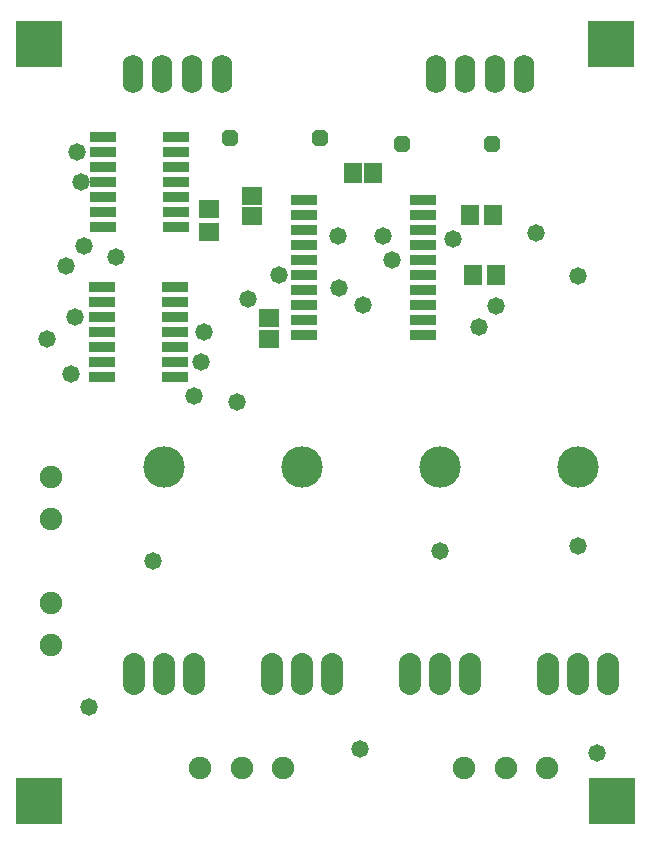
<source format=gts>
%FSTAX24Y24*%
%MOIN*%
%SFA1B1*%

%IPPOS*%
%AMD45*
4,1,8,-0.014000,-0.028000,0.014000,-0.028000,0.028000,-0.014000,0.028000,0.014000,0.014000,0.028000,-0.014000,0.028000,-0.028000,0.014000,-0.028000,-0.014000,-0.014000,-0.028000,0.0*
%
%ADD35R,0.071000X0.060000*%
%ADD36R,0.068000X0.060000*%
%ADD37R,0.088000X0.034000*%
%ADD38R,0.060000X0.071000*%
%ADD39R,0.060000X0.068000*%
%ADD40R,0.158000X0.158000*%
%ADD41O,0.068000X0.128000*%
%ADD42C,0.075000*%
%ADD43O,0.074000X0.140000*%
%ADD44C,0.138000*%
G04~CAMADD=45~4~0.0~0.0~560.0~560.0~0.0~140.0~0~0.0~0.0~0.0~0.0~0~0.0~0.0~0.0~0.0~0~0.0~0.0~0.0~180.0~560.0~560.0*
%ADD45D45*%
%ADD46C,0.058000*%
%LNmotor_driver-1*%
%LPD*%
G54D35*
X00715Y020824D03*
Y02007D03*
G54D36*
X0086Y021275D03*
Y0206D03*
X00915Y016515D03*
Y01719D03*
G54D37*
X01032Y02115D03*
Y02065D03*
Y02015D03*
Y01965D03*
Y01915D03*
Y01865D03*
Y01815D03*
Y01765D03*
X01428D03*
Y01815D03*
Y01865D03*
Y01915D03*
Y01965D03*
Y02015D03*
Y02065D03*
Y02115D03*
X01032Y01715D03*
Y01665D03*
X01428Y01715D03*
Y01665D03*
X00364Y02325D03*
X00606D03*
X00364Y02275D03*
Y02225D03*
X00606Y02275D03*
Y02225D03*
X00364Y02175D03*
X00606D03*
X00364Y02125D03*
Y02075D03*
X00606Y02125D03*
Y02075D03*
X00364Y02025D03*
X00606D03*
X00359Y01825D03*
X00601D03*
X00359Y01775D03*
Y01725D03*
X00601Y01775D03*
Y01725D03*
X00359Y01675D03*
X00601D03*
X00359Y01625D03*
Y01575D03*
X00601Y01625D03*
Y01575D03*
X00359Y01525D03*
X00601D03*
G54D38*
X015976Y01865D03*
X01673D03*
X015876Y02065D03*
X01663D03*
G54D39*
X012635Y02205D03*
X01196D03*
G54D40*
X0015Y0011D03*
Y02635D03*
X0206Y0011D03*
X02055Y02635D03*
G54D41*
X0066Y02535D03*
X007584D03*
X005608D03*
X004628D03*
X016692D03*
X017676D03*
X0157D03*
X01472D03*
G54D42*
X001889Y006311D03*
Y00769D03*
Y010511D03*
Y01189D03*
X015672Y002211D03*
X01705D03*
X01843D03*
X006872D03*
X00825D03*
X00963D03*
G54D43*
X01845Y005339D03*
X01945D03*
X02045D03*
X013854D03*
X014854D03*
X015854D03*
X009257D03*
X010257D03*
X011257D03*
X004661D03*
X005661D03*
X006661D03*
G54D44*
X01945Y012239D03*
X014854D03*
X010257D03*
X005661D03*
G54D45*
X0166Y023D03*
X0136D03*
X01085Y0232D03*
X00785D03*
G54D46*
X00315Y00425D03*
X0122Y00285D03*
X0201Y0027D03*
X01615Y0169D03*
X00405Y01925D03*
X0095Y01865D03*
X0027Y01725D03*
X007Y01675D03*
X01325Y01915D03*
X0115Y0182D03*
X01145Y01995D03*
X01295D03*
X00845Y01785D03*
X01805Y02005D03*
X01945Y0186D03*
Y0096D03*
X01673Y01762D03*
X0153Y01985D03*
X01485Y00945D03*
X0081Y0144D03*
X0053Y0091D03*
X00175Y0165D03*
X00275Y02275D03*
X0024Y01895D03*
X00665Y0146D03*
X0069Y01575D03*
X0123Y01765D03*
X00255Y01535D03*
X003Y0196D03*
X0029Y02175D03*
M02*
</source>
